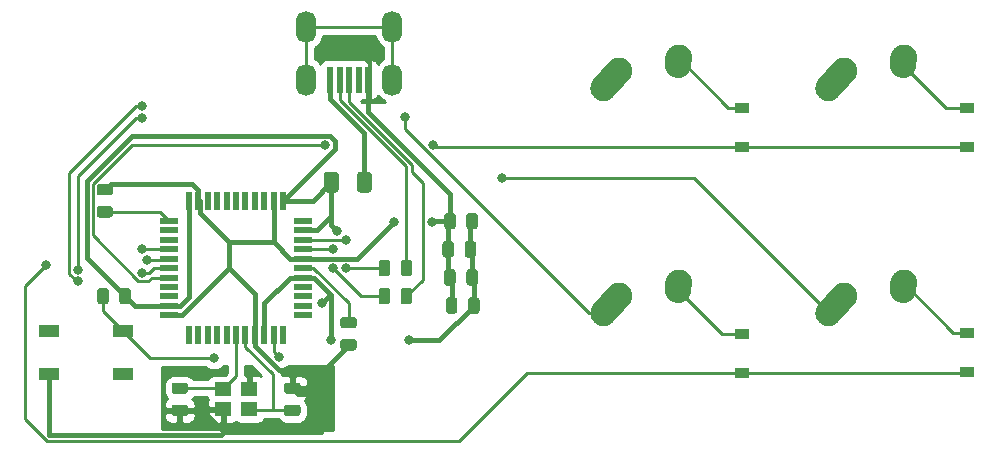
<source format=gbl>
G04 #@! TF.GenerationSoftware,KiCad,Pcbnew,(5.1.6)-1*
G04 #@! TF.CreationDate,2020-07-09T12:27:34-07:00*
G04 #@! TF.ProjectId,guide,67756964-652e-46b6-9963-61645f706362,rev?*
G04 #@! TF.SameCoordinates,Original*
G04 #@! TF.FileFunction,Copper,L2,Bot*
G04 #@! TF.FilePolarity,Positive*
%FSLAX46Y46*%
G04 Gerber Fmt 4.6, Leading zero omitted, Abs format (unit mm)*
G04 Created by KiCad (PCBNEW (5.1.6)-1) date 2020-07-09 12:27:34*
%MOMM*%
%LPD*%
G01*
G04 APERTURE LIST*
G04 #@! TA.AperFunction,SMDPad,CuDef*
%ADD10R,1.400000X1.200000*%
G04 #@! TD*
G04 #@! TA.AperFunction,ComponentPad*
%ADD11O,1.700000X2.700000*%
G04 #@! TD*
G04 #@! TA.AperFunction,SMDPad,CuDef*
%ADD12R,0.500000X2.250000*%
G04 #@! TD*
G04 #@! TA.AperFunction,SMDPad,CuDef*
%ADD13R,0.550000X1.500000*%
G04 #@! TD*
G04 #@! TA.AperFunction,SMDPad,CuDef*
%ADD14R,1.500000X0.550000*%
G04 #@! TD*
G04 #@! TA.AperFunction,SMDPad,CuDef*
%ADD15R,1.800000X1.100000*%
G04 #@! TD*
G04 #@! TA.AperFunction,ComponentPad*
%ADD16C,2.250000*%
G04 #@! TD*
G04 #@! TA.AperFunction,SMDPad,CuDef*
%ADD17R,1.200000X0.900000*%
G04 #@! TD*
G04 #@! TA.AperFunction,ViaPad*
%ADD18C,0.800000*%
G04 #@! TD*
G04 #@! TA.AperFunction,Conductor*
%ADD19C,0.381000*%
G04 #@! TD*
G04 #@! TA.AperFunction,Conductor*
%ADD20C,0.254000*%
G04 #@! TD*
G04 APERTURE END LIST*
D10*
X76687500Y-97687500D03*
X78887500Y-97687500D03*
X78887500Y-95987500D03*
X76687500Y-95987500D03*
D11*
X83726000Y-65278000D03*
X91026000Y-65278000D03*
X91026000Y-69778000D03*
X83726000Y-69778000D03*
D12*
X85776000Y-69778000D03*
X86576000Y-69778000D03*
X87376000Y-69778000D03*
X88176000Y-69778000D03*
X88976000Y-69778000D03*
D13*
X81787500Y-80025000D03*
X80987500Y-80025000D03*
X80187500Y-80025000D03*
X79387500Y-80025000D03*
X78587500Y-80025000D03*
X77787500Y-80025000D03*
X76987500Y-80025000D03*
X76187500Y-80025000D03*
X75387500Y-80025000D03*
X74587500Y-80025000D03*
X73787500Y-80025000D03*
D14*
X72087500Y-81725000D03*
X72087500Y-82525000D03*
X72087500Y-83325000D03*
X72087500Y-84125000D03*
X72087500Y-84925000D03*
X72087500Y-85725000D03*
X72087500Y-86525000D03*
X72087500Y-87325000D03*
X72087500Y-88125000D03*
X72087500Y-88925000D03*
X72087500Y-89725000D03*
D13*
X73787500Y-91425000D03*
X74587500Y-91425000D03*
X75387500Y-91425000D03*
X76187500Y-91425000D03*
X76987500Y-91425000D03*
X77787500Y-91425000D03*
X78587500Y-91425000D03*
X79387500Y-91425000D03*
X80187500Y-91425000D03*
X80987500Y-91425000D03*
X81787500Y-91425000D03*
D14*
X83487500Y-89725000D03*
X83487500Y-88925000D03*
X83487500Y-88125000D03*
X83487500Y-87325000D03*
X83487500Y-86525000D03*
X83487500Y-85725000D03*
X83487500Y-84925000D03*
X83487500Y-84125000D03*
X83487500Y-83325000D03*
X83487500Y-82525000D03*
X83487500Y-81725000D03*
D15*
X68187500Y-94718750D03*
X61987500Y-91018750D03*
X68187500Y-91018750D03*
X61987500Y-94718750D03*
G04 #@! TA.AperFunction,SMDPad,CuDef*
G36*
G01*
X66218750Y-80475000D02*
X67131250Y-80475000D01*
G75*
G02*
X67375000Y-80718750I0J-243750D01*
G01*
X67375000Y-81206250D01*
G75*
G02*
X67131250Y-81450000I-243750J0D01*
G01*
X66218750Y-81450000D01*
G75*
G02*
X65975000Y-81206250I0J243750D01*
G01*
X65975000Y-80718750D01*
G75*
G02*
X66218750Y-80475000I243750J0D01*
G01*
G37*
G04 #@! TD.AperFunction*
G04 #@! TA.AperFunction,SMDPad,CuDef*
G36*
G01*
X66218750Y-78600000D02*
X67131250Y-78600000D01*
G75*
G02*
X67375000Y-78843750I0J-243750D01*
G01*
X67375000Y-79331250D01*
G75*
G02*
X67131250Y-79575000I-243750J0D01*
G01*
X66218750Y-79575000D01*
G75*
G02*
X65975000Y-79331250I0J243750D01*
G01*
X65975000Y-78843750D01*
G75*
G02*
X66218750Y-78600000I243750J0D01*
G01*
G37*
G04 #@! TD.AperFunction*
G04 #@! TA.AperFunction,SMDPad,CuDef*
G36*
G01*
X91731250Y-86181250D02*
X91731250Y-85268750D01*
G75*
G02*
X91975000Y-85025000I243750J0D01*
G01*
X92462500Y-85025000D01*
G75*
G02*
X92706250Y-85268750I0J-243750D01*
G01*
X92706250Y-86181250D01*
G75*
G02*
X92462500Y-86425000I-243750J0D01*
G01*
X91975000Y-86425000D01*
G75*
G02*
X91731250Y-86181250I0J243750D01*
G01*
G37*
G04 #@! TD.AperFunction*
G04 #@! TA.AperFunction,SMDPad,CuDef*
G36*
G01*
X89856250Y-86181250D02*
X89856250Y-85268750D01*
G75*
G02*
X90100000Y-85025000I243750J0D01*
G01*
X90587500Y-85025000D01*
G75*
G02*
X90831250Y-85268750I0J-243750D01*
G01*
X90831250Y-86181250D01*
G75*
G02*
X90587500Y-86425000I-243750J0D01*
G01*
X90100000Y-86425000D01*
G75*
G02*
X89856250Y-86181250I0J243750D01*
G01*
G37*
G04 #@! TD.AperFunction*
G04 #@! TA.AperFunction,SMDPad,CuDef*
G36*
G01*
X91731250Y-88562500D02*
X91731250Y-87650000D01*
G75*
G02*
X91975000Y-87406250I243750J0D01*
G01*
X92462500Y-87406250D01*
G75*
G02*
X92706250Y-87650000I0J-243750D01*
G01*
X92706250Y-88562500D01*
G75*
G02*
X92462500Y-88806250I-243750J0D01*
G01*
X91975000Y-88806250D01*
G75*
G02*
X91731250Y-88562500I0J243750D01*
G01*
G37*
G04 #@! TD.AperFunction*
G04 #@! TA.AperFunction,SMDPad,CuDef*
G36*
G01*
X89856250Y-88562500D02*
X89856250Y-87650000D01*
G75*
G02*
X90100000Y-87406250I243750J0D01*
G01*
X90587500Y-87406250D01*
G75*
G02*
X90831250Y-87650000I0J-243750D01*
G01*
X90831250Y-88562500D01*
G75*
G02*
X90587500Y-88806250I-243750J0D01*
G01*
X90100000Y-88806250D01*
G75*
G02*
X89856250Y-88562500I0J243750D01*
G01*
G37*
G04 #@! TD.AperFunction*
G04 #@! TA.AperFunction,SMDPad,CuDef*
G36*
G01*
X67918750Y-88562500D02*
X67918750Y-87650000D01*
G75*
G02*
X68162500Y-87406250I243750J0D01*
G01*
X68650000Y-87406250D01*
G75*
G02*
X68893750Y-87650000I0J-243750D01*
G01*
X68893750Y-88562500D01*
G75*
G02*
X68650000Y-88806250I-243750J0D01*
G01*
X68162500Y-88806250D01*
G75*
G02*
X67918750Y-88562500I0J243750D01*
G01*
G37*
G04 #@! TD.AperFunction*
G04 #@! TA.AperFunction,SMDPad,CuDef*
G36*
G01*
X66043750Y-88562500D02*
X66043750Y-87650000D01*
G75*
G02*
X66287500Y-87406250I243750J0D01*
G01*
X66775000Y-87406250D01*
G75*
G02*
X67018750Y-87650000I0J-243750D01*
G01*
X67018750Y-88562500D01*
G75*
G02*
X66775000Y-88806250I-243750J0D01*
G01*
X66287500Y-88806250D01*
G75*
G02*
X66043750Y-88562500I0J243750D01*
G01*
G37*
G04 #@! TD.AperFunction*
D16*
X129262500Y-88075000D03*
G04 #@! TA.AperFunction,ComponentPad*
G36*
G01*
X127201183Y-90372345D02*
X127201183Y-90372345D01*
G75*
G02*
X127115155Y-88783683I751317J837345D01*
G01*
X128425157Y-87323683D01*
G75*
G02*
X130013819Y-87237655I837345J-751317D01*
G01*
X130013819Y-87237655D01*
G75*
G02*
X130099847Y-88826317I-751317J-837345D01*
G01*
X128789845Y-90286317D01*
G75*
G02*
X127201183Y-90372345I-837345J751317D01*
G01*
G37*
G04 #@! TD.AperFunction*
X134302500Y-86995000D03*
G04 #@! TA.AperFunction,ComponentPad*
G36*
G01*
X134185097Y-88697334D02*
X134185097Y-88697334D01*
G75*
G02*
X133140166Y-87497597I77403J1122334D01*
G01*
X133180166Y-86917597D01*
G75*
G02*
X134379903Y-85872666I1122334J-77403D01*
G01*
X134379903Y-85872666D01*
G75*
G02*
X135424834Y-87072403I-77403J-1122334D01*
G01*
X135384834Y-87652403D01*
G75*
G02*
X134185097Y-88697334I-1122334J77403D01*
G01*
G37*
G04 #@! TD.AperFunction*
X110212500Y-88075000D03*
G04 #@! TA.AperFunction,ComponentPad*
G36*
G01*
X108151183Y-90372345D02*
X108151183Y-90372345D01*
G75*
G02*
X108065155Y-88783683I751317J837345D01*
G01*
X109375157Y-87323683D01*
G75*
G02*
X110963819Y-87237655I837345J-751317D01*
G01*
X110963819Y-87237655D01*
G75*
G02*
X111049847Y-88826317I-751317J-837345D01*
G01*
X109739845Y-90286317D01*
G75*
G02*
X108151183Y-90372345I-837345J751317D01*
G01*
G37*
G04 #@! TD.AperFunction*
X115252500Y-86995000D03*
G04 #@! TA.AperFunction,ComponentPad*
G36*
G01*
X115135097Y-88697334D02*
X115135097Y-88697334D01*
G75*
G02*
X114090166Y-87497597I77403J1122334D01*
G01*
X114130166Y-86917597D01*
G75*
G02*
X115329903Y-85872666I1122334J-77403D01*
G01*
X115329903Y-85872666D01*
G75*
G02*
X116374834Y-87072403I-77403J-1122334D01*
G01*
X116334834Y-87652403D01*
G75*
G02*
X115135097Y-88697334I-1122334J77403D01*
G01*
G37*
G04 #@! TD.AperFunction*
X129262500Y-69025000D03*
G04 #@! TA.AperFunction,ComponentPad*
G36*
G01*
X127201183Y-71322345D02*
X127201183Y-71322345D01*
G75*
G02*
X127115155Y-69733683I751317J837345D01*
G01*
X128425157Y-68273683D01*
G75*
G02*
X130013819Y-68187655I837345J-751317D01*
G01*
X130013819Y-68187655D01*
G75*
G02*
X130099847Y-69776317I-751317J-837345D01*
G01*
X128789845Y-71236317D01*
G75*
G02*
X127201183Y-71322345I-837345J751317D01*
G01*
G37*
G04 #@! TD.AperFunction*
X134302500Y-67945000D03*
G04 #@! TA.AperFunction,ComponentPad*
G36*
G01*
X134185097Y-69647334D02*
X134185097Y-69647334D01*
G75*
G02*
X133140166Y-68447597I77403J1122334D01*
G01*
X133180166Y-67867597D01*
G75*
G02*
X134379903Y-66822666I1122334J-77403D01*
G01*
X134379903Y-66822666D01*
G75*
G02*
X135424834Y-68022403I-77403J-1122334D01*
G01*
X135384834Y-68602403D01*
G75*
G02*
X134185097Y-69647334I-1122334J77403D01*
G01*
G37*
G04 #@! TD.AperFunction*
X110212500Y-69025000D03*
G04 #@! TA.AperFunction,ComponentPad*
G36*
G01*
X108151183Y-71322345D02*
X108151183Y-71322345D01*
G75*
G02*
X108065155Y-69733683I751317J837345D01*
G01*
X109375157Y-68273683D01*
G75*
G02*
X110963819Y-68187655I837345J-751317D01*
G01*
X110963819Y-68187655D01*
G75*
G02*
X111049847Y-69776317I-751317J-837345D01*
G01*
X109739845Y-71236317D01*
G75*
G02*
X108151183Y-71322345I-837345J751317D01*
G01*
G37*
G04 #@! TD.AperFunction*
X115252500Y-67945000D03*
G04 #@! TA.AperFunction,ComponentPad*
G36*
G01*
X115135097Y-69647334D02*
X115135097Y-69647334D01*
G75*
G02*
X114090166Y-68447597I77403J1122334D01*
G01*
X114130166Y-67867597D01*
G75*
G02*
X115329903Y-66822666I1122334J-77403D01*
G01*
X115329903Y-66822666D01*
G75*
G02*
X116374834Y-68022403I-77403J-1122334D01*
G01*
X116334834Y-68602403D01*
G75*
G02*
X115135097Y-69647334I-1122334J77403D01*
G01*
G37*
G04 #@! TD.AperFunction*
G04 #@! TA.AperFunction,SMDPad,CuDef*
G36*
G01*
X88027000Y-79079250D02*
X88027000Y-77829250D01*
G75*
G02*
X88277000Y-77579250I250000J0D01*
G01*
X89027000Y-77579250D01*
G75*
G02*
X89277000Y-77829250I0J-250000D01*
G01*
X89277000Y-79079250D01*
G75*
G02*
X89027000Y-79329250I-250000J0D01*
G01*
X88277000Y-79329250D01*
G75*
G02*
X88027000Y-79079250I0J250000D01*
G01*
G37*
G04 #@! TD.AperFunction*
G04 #@! TA.AperFunction,SMDPad,CuDef*
G36*
G01*
X85227000Y-79079250D02*
X85227000Y-77829250D01*
G75*
G02*
X85477000Y-77579250I250000J0D01*
G01*
X86227000Y-77579250D01*
G75*
G02*
X86477000Y-77829250I0J-250000D01*
G01*
X86477000Y-79079250D01*
G75*
G02*
X86227000Y-79329250I-250000J0D01*
G01*
X85477000Y-79329250D01*
G75*
G02*
X85227000Y-79079250I0J250000D01*
G01*
G37*
G04 #@! TD.AperFunction*
D17*
X139700000Y-91218750D03*
X139700000Y-94518750D03*
X120650000Y-91281250D03*
X120650000Y-94581250D03*
X139700000Y-72168750D03*
X139700000Y-75468750D03*
X120650000Y-72168750D03*
X120650000Y-75468750D03*
G04 #@! TA.AperFunction,SMDPad,CuDef*
G36*
G01*
X86856250Y-91731250D02*
X87768750Y-91731250D01*
G75*
G02*
X88012500Y-91975000I0J-243750D01*
G01*
X88012500Y-92462500D01*
G75*
G02*
X87768750Y-92706250I-243750J0D01*
G01*
X86856250Y-92706250D01*
G75*
G02*
X86612500Y-92462500I0J243750D01*
G01*
X86612500Y-91975000D01*
G75*
G02*
X86856250Y-91731250I243750J0D01*
G01*
G37*
G04 #@! TD.AperFunction*
G04 #@! TA.AperFunction,SMDPad,CuDef*
G36*
G01*
X86856250Y-89856250D02*
X87768750Y-89856250D01*
G75*
G02*
X88012500Y-90100000I0J-243750D01*
G01*
X88012500Y-90587500D01*
G75*
G02*
X87768750Y-90831250I-243750J0D01*
G01*
X86856250Y-90831250D01*
G75*
G02*
X86612500Y-90587500I0J243750D01*
G01*
X86612500Y-90100000D01*
G75*
G02*
X86856250Y-89856250I243750J0D01*
G01*
G37*
G04 #@! TD.AperFunction*
G04 #@! TA.AperFunction,SMDPad,CuDef*
G36*
G01*
X83006250Y-96387500D02*
X82093750Y-96387500D01*
G75*
G02*
X81850000Y-96143750I0J243750D01*
G01*
X81850000Y-95656250D01*
G75*
G02*
X82093750Y-95412500I243750J0D01*
G01*
X83006250Y-95412500D01*
G75*
G02*
X83250000Y-95656250I0J-243750D01*
G01*
X83250000Y-96143750D01*
G75*
G02*
X83006250Y-96387500I-243750J0D01*
G01*
G37*
G04 #@! TD.AperFunction*
G04 #@! TA.AperFunction,SMDPad,CuDef*
G36*
G01*
X83006250Y-98262500D02*
X82093750Y-98262500D01*
G75*
G02*
X81850000Y-98018750I0J243750D01*
G01*
X81850000Y-97531250D01*
G75*
G02*
X82093750Y-97287500I243750J0D01*
G01*
X83006250Y-97287500D01*
G75*
G02*
X83250000Y-97531250I0J-243750D01*
G01*
X83250000Y-98018750D01*
G75*
G02*
X83006250Y-98262500I-243750J0D01*
G01*
G37*
G04 #@! TD.AperFunction*
G04 #@! TA.AperFunction,SMDPad,CuDef*
G36*
G01*
X72568750Y-97287500D02*
X73481250Y-97287500D01*
G75*
G02*
X73725000Y-97531250I0J-243750D01*
G01*
X73725000Y-98018750D01*
G75*
G02*
X73481250Y-98262500I-243750J0D01*
G01*
X72568750Y-98262500D01*
G75*
G02*
X72325000Y-98018750I0J243750D01*
G01*
X72325000Y-97531250D01*
G75*
G02*
X72568750Y-97287500I243750J0D01*
G01*
G37*
G04 #@! TD.AperFunction*
G04 #@! TA.AperFunction,SMDPad,CuDef*
G36*
G01*
X72568750Y-95412500D02*
X73481250Y-95412500D01*
G75*
G02*
X73725000Y-95656250I0J-243750D01*
G01*
X73725000Y-96143750D01*
G75*
G02*
X73481250Y-96387500I-243750J0D01*
G01*
X72568750Y-96387500D01*
G75*
G02*
X72325000Y-96143750I0J243750D01*
G01*
X72325000Y-95656250D01*
G75*
G02*
X72568750Y-95412500I243750J0D01*
G01*
G37*
G04 #@! TD.AperFunction*
G04 #@! TA.AperFunction,SMDPad,CuDef*
G36*
G01*
X96387500Y-81300000D02*
X96387500Y-82212500D01*
G75*
G02*
X96143750Y-82456250I-243750J0D01*
G01*
X95656250Y-82456250D01*
G75*
G02*
X95412500Y-82212500I0J243750D01*
G01*
X95412500Y-81300000D01*
G75*
G02*
X95656250Y-81056250I243750J0D01*
G01*
X96143750Y-81056250D01*
G75*
G02*
X96387500Y-81300000I0J-243750D01*
G01*
G37*
G04 #@! TD.AperFunction*
G04 #@! TA.AperFunction,SMDPad,CuDef*
G36*
G01*
X98262500Y-81300000D02*
X98262500Y-82212500D01*
G75*
G02*
X98018750Y-82456250I-243750J0D01*
G01*
X97531250Y-82456250D01*
G75*
G02*
X97287500Y-82212500I0J243750D01*
G01*
X97287500Y-81300000D01*
G75*
G02*
X97531250Y-81056250I243750J0D01*
G01*
X98018750Y-81056250D01*
G75*
G02*
X98262500Y-81300000I0J-243750D01*
G01*
G37*
G04 #@! TD.AperFunction*
G04 #@! TA.AperFunction,SMDPad,CuDef*
G36*
G01*
X96531250Y-88443750D02*
X96531250Y-89356250D01*
G75*
G02*
X96287500Y-89600000I-243750J0D01*
G01*
X95800000Y-89600000D01*
G75*
G02*
X95556250Y-89356250I0J243750D01*
G01*
X95556250Y-88443750D01*
G75*
G02*
X95800000Y-88200000I243750J0D01*
G01*
X96287500Y-88200000D01*
G75*
G02*
X96531250Y-88443750I0J-243750D01*
G01*
G37*
G04 #@! TD.AperFunction*
G04 #@! TA.AperFunction,SMDPad,CuDef*
G36*
G01*
X98406250Y-88443750D02*
X98406250Y-89356250D01*
G75*
G02*
X98162500Y-89600000I-243750J0D01*
G01*
X97675000Y-89600000D01*
G75*
G02*
X97431250Y-89356250I0J243750D01*
G01*
X97431250Y-88443750D01*
G75*
G02*
X97675000Y-88200000I243750J0D01*
G01*
X98162500Y-88200000D01*
G75*
G02*
X98406250Y-88443750I0J-243750D01*
G01*
G37*
G04 #@! TD.AperFunction*
G04 #@! TA.AperFunction,SMDPad,CuDef*
G36*
G01*
X96243750Y-83681250D02*
X96243750Y-84593750D01*
G75*
G02*
X96000000Y-84837500I-243750J0D01*
G01*
X95512500Y-84837500D01*
G75*
G02*
X95268750Y-84593750I0J243750D01*
G01*
X95268750Y-83681250D01*
G75*
G02*
X95512500Y-83437500I243750J0D01*
G01*
X96000000Y-83437500D01*
G75*
G02*
X96243750Y-83681250I0J-243750D01*
G01*
G37*
G04 #@! TD.AperFunction*
G04 #@! TA.AperFunction,SMDPad,CuDef*
G36*
G01*
X98118750Y-83681250D02*
X98118750Y-84593750D01*
G75*
G02*
X97875000Y-84837500I-243750J0D01*
G01*
X97387500Y-84837500D01*
G75*
G02*
X97143750Y-84593750I0J243750D01*
G01*
X97143750Y-83681250D01*
G75*
G02*
X97387500Y-83437500I243750J0D01*
G01*
X97875000Y-83437500D01*
G75*
G02*
X98118750Y-83681250I0J-243750D01*
G01*
G37*
G04 #@! TD.AperFunction*
G04 #@! TA.AperFunction,SMDPad,CuDef*
G36*
G01*
X96387500Y-86062500D02*
X96387500Y-86975000D01*
G75*
G02*
X96143750Y-87218750I-243750J0D01*
G01*
X95656250Y-87218750D01*
G75*
G02*
X95412500Y-86975000I0J243750D01*
G01*
X95412500Y-86062500D01*
G75*
G02*
X95656250Y-85818750I243750J0D01*
G01*
X96143750Y-85818750D01*
G75*
G02*
X96387500Y-86062500I0J-243750D01*
G01*
G37*
G04 #@! TD.AperFunction*
G04 #@! TA.AperFunction,SMDPad,CuDef*
G36*
G01*
X98262500Y-86062500D02*
X98262500Y-86975000D01*
G75*
G02*
X98018750Y-87218750I-243750J0D01*
G01*
X97531250Y-87218750D01*
G75*
G02*
X97287500Y-86975000I0J243750D01*
G01*
X97287500Y-86062500D01*
G75*
G02*
X97531250Y-85818750I243750J0D01*
G01*
X98018750Y-85818750D01*
G75*
G02*
X98262500Y-86062500I0J-243750D01*
G01*
G37*
G04 #@! TD.AperFunction*
D18*
X78887500Y-94381500D03*
X83672500Y-94381500D03*
X94361000Y-81788000D03*
X91186000Y-81788000D03*
X92456000Y-91821000D03*
X85852000Y-91821000D03*
X85090000Y-88646000D03*
X86360000Y-82550000D03*
X94488000Y-75311000D03*
X85344000Y-75311000D03*
X61722000Y-85471000D03*
X69850000Y-84074000D03*
X92075000Y-72898000D03*
X69850000Y-73025000D03*
X64389000Y-85852000D03*
X70231731Y-84998274D03*
X100330000Y-78105000D03*
X69850000Y-72024997D03*
X64389000Y-86852003D03*
X69866553Y-86101582D03*
X75946000Y-93345000D03*
X81457968Y-93294032D03*
X85979000Y-85725000D03*
X85979000Y-84134500D03*
X87122000Y-85725000D03*
X87122000Y-83312000D03*
D19*
X76600000Y-97775000D02*
X76687500Y-97687500D01*
X74945000Y-97775000D02*
X76600000Y-97775000D01*
X73025000Y-97775000D02*
X74945000Y-97775000D01*
X83043000Y-96393000D02*
X82550000Y-95900000D01*
X84963000Y-96393000D02*
X83043000Y-96393000D01*
X84963000Y-99568000D02*
X84963000Y-96393000D01*
X74945000Y-97775000D02*
X76738000Y-99568000D01*
X76738000Y-99568000D02*
X84963000Y-99568000D01*
X84963000Y-94568250D02*
X87312500Y-92218750D01*
X84963000Y-96393000D02*
X84963000Y-94568250D01*
X78887500Y-95987500D02*
X78887500Y-94381500D01*
X84776250Y-94381500D02*
X84963000Y-94568250D01*
X83672500Y-94381500D02*
X84776250Y-94381500D01*
X79387500Y-92341500D02*
X79387500Y-91425000D01*
X81427500Y-94381500D02*
X79387500Y-92341500D01*
X84776250Y-94381500D02*
X81427500Y-94381500D01*
X96043750Y-86662500D02*
X95900000Y-86518750D01*
X96043750Y-88900000D02*
X96043750Y-86662500D01*
X95756250Y-86375000D02*
X95900000Y-86518750D01*
X95756250Y-84137500D02*
X95756250Y-86375000D01*
X95756250Y-81900000D02*
X95900000Y-81756250D01*
X95756250Y-84137500D02*
X95756250Y-81900000D01*
X95900000Y-81756250D02*
X94392750Y-81756250D01*
X94392750Y-81756250D02*
X94361000Y-81788000D01*
X88049000Y-84925000D02*
X83487500Y-84925000D01*
X91186000Y-81788000D02*
X88049000Y-84925000D01*
X80987500Y-83556000D02*
X80987500Y-80025000D01*
X82356500Y-84925000D02*
X80987500Y-83556000D01*
X83487500Y-84925000D02*
X82356500Y-84925000D01*
X77190598Y-83556000D02*
X80987500Y-83556000D01*
X74721999Y-80055999D02*
X74721999Y-81087401D01*
X74721999Y-81087401D02*
X77190598Y-83556000D01*
X74691000Y-80025000D02*
X74721999Y-80055999D01*
X74587500Y-80025000D02*
X74691000Y-80025000D01*
X74587500Y-79097098D02*
X74587500Y-80025000D01*
X74092375Y-78601973D02*
X74587500Y-79097098D01*
X67160527Y-78601973D02*
X74092375Y-78601973D01*
X66675000Y-79087500D02*
X67160527Y-78601973D01*
X77190598Y-85752902D02*
X77190598Y-83556000D01*
X73218500Y-89725000D02*
X77190598Y-85752902D01*
X72087500Y-89725000D02*
X73218500Y-89725000D01*
X61987500Y-95649750D02*
X61976000Y-95661250D01*
X61987500Y-94718750D02*
X61987500Y-95649750D01*
X61976000Y-95661250D02*
X61976000Y-99822000D01*
X76484000Y-99822000D02*
X76738000Y-99568000D01*
X61976000Y-99822000D02*
X76484000Y-99822000D01*
X79387500Y-87949804D02*
X77190598Y-85752902D01*
X79387500Y-91425000D02*
X79387500Y-87949804D01*
X95900000Y-79413066D02*
X95900000Y-81756250D01*
X88976000Y-72489066D02*
X95900000Y-79413066D01*
X88976000Y-69778000D02*
X88976000Y-72489066D01*
X68406250Y-88106250D02*
X69225000Y-88925000D01*
X82356500Y-86525000D02*
X83487500Y-86525000D01*
X80187500Y-88694000D02*
X82356500Y-86525000D01*
X80187500Y-91425000D02*
X80187500Y-88694000D01*
X84618500Y-82525000D02*
X85852000Y-81291500D01*
X85852000Y-81291500D02*
X85852000Y-78454250D01*
X83487500Y-82525000D02*
X84618500Y-82525000D01*
X84281250Y-80025000D02*
X85852000Y-78454250D01*
X81787500Y-80025000D02*
X84281250Y-80025000D01*
X73787500Y-80025000D02*
X73787500Y-88152902D01*
X97918750Y-86662500D02*
X97775000Y-86518750D01*
X97918750Y-88900000D02*
X97918750Y-86662500D01*
X97631250Y-81900000D02*
X97775000Y-81756250D01*
X97631250Y-84137500D02*
X97631250Y-81900000D01*
X97775000Y-84281250D02*
X97631250Y-84137500D01*
X97775000Y-86518750D02*
X97775000Y-84281250D01*
X97918750Y-88900000D02*
X94997750Y-91821000D01*
X94997750Y-91821000D02*
X92456000Y-91821000D01*
X84415402Y-86525000D02*
X83487500Y-86525000D01*
X85852000Y-87961598D02*
X84415402Y-86525000D01*
X85852000Y-91821000D02*
X85852000Y-87961598D01*
X73015402Y-88925000D02*
X72087500Y-88925000D01*
X73787500Y-88152902D02*
X73015402Y-88925000D01*
X71095000Y-88925000D02*
X72087500Y-88925000D01*
X69225000Y-88925000D02*
X71095000Y-88925000D01*
X86134501Y-75677999D02*
X81787500Y-80025000D01*
X86134501Y-74931559D02*
X86134501Y-75677999D01*
X65130480Y-84830480D02*
X65130480Y-78392973D01*
X68406250Y-88106250D02*
X65130480Y-84830480D01*
X69002954Y-74520499D02*
X85723441Y-74520499D01*
X65130480Y-78392973D02*
X69002954Y-74520499D01*
X85723441Y-74520499D02*
X86134501Y-74931559D01*
X85852000Y-87961598D02*
X85774402Y-87961598D01*
X85774402Y-87961598D02*
X85090000Y-88646000D01*
X85852000Y-82042000D02*
X85852000Y-81291500D01*
X86360000Y-82550000D02*
X85852000Y-82042000D01*
D20*
X76600000Y-95900000D02*
X76687500Y-95987500D01*
X73025000Y-95900000D02*
X76600000Y-95900000D01*
X77787500Y-94887500D02*
X77787500Y-91425000D01*
X76687500Y-95987500D02*
X77787500Y-94887500D01*
X78975000Y-97775000D02*
X78887500Y-97687500D01*
X78587500Y-92430500D02*
X78587500Y-91425000D01*
X80884000Y-94727000D02*
X78587500Y-92430500D01*
X80884000Y-97775000D02*
X80884000Y-94727000D01*
X80884000Y-97775000D02*
X78975000Y-97775000D01*
X82550000Y-97775000D02*
X80884000Y-97775000D01*
X83487500Y-85725000D02*
X84301102Y-85725000D01*
X84347270Y-85725000D02*
X83487500Y-85725000D01*
X87312500Y-88690230D02*
X84347270Y-85725000D01*
X87312500Y-90343750D02*
X87312500Y-88690230D01*
X119476250Y-72168750D02*
X115252500Y-67945000D01*
X120650000Y-72168750D02*
X119476250Y-72168750D01*
X120650000Y-75468750D02*
X139700000Y-75468750D01*
X120650000Y-75468750D02*
X94645750Y-75468750D01*
X94645750Y-75468750D02*
X94488000Y-75311000D01*
X68944322Y-75311000D02*
X85344000Y-75311000D01*
X65647990Y-78607332D02*
X68944322Y-75311000D01*
X72087500Y-86525000D02*
X70650887Y-86525000D01*
X70650887Y-86525000D02*
X70347304Y-86828583D01*
X65647990Y-82958981D02*
X65647990Y-78607332D01*
X69517592Y-86828583D02*
X65647990Y-82958981D01*
X70347304Y-86828583D02*
X69517592Y-86828583D01*
X137906250Y-72168750D02*
X134262500Y-68525000D01*
X139700000Y-72168750D02*
X137906250Y-72168750D01*
X118918750Y-91281250D02*
X115212500Y-87575000D01*
X120650000Y-91281250D02*
X118918750Y-91281250D01*
X139637500Y-94581250D02*
X139700000Y-94518750D01*
X120650000Y-94581250D02*
X139637500Y-94581250D01*
X120650000Y-94581250D02*
X102395750Y-94581250D01*
X61761641Y-100339510D02*
X59944000Y-98521869D01*
X102395750Y-94581250D02*
X96637490Y-100339510D01*
X96637490Y-100339510D02*
X61761641Y-100339510D01*
X59944000Y-98521869D02*
X59944000Y-87249000D01*
X59944000Y-87249000D02*
X61722000Y-85471000D01*
X72036500Y-84074000D02*
X72087500Y-84125000D01*
X69850000Y-84074000D02*
X72036500Y-84074000D01*
X138526250Y-91218750D02*
X134302500Y-86995000D01*
X139700000Y-91218750D02*
X138526250Y-91218750D01*
D19*
X85776000Y-71394868D02*
X85776000Y-69778000D01*
X88652000Y-74270868D02*
X85776000Y-71394868D01*
X88652000Y-78454250D02*
X88652000Y-74270868D01*
D20*
X92075000Y-73973962D02*
X92075000Y-72898000D01*
X108902500Y-89535000D02*
X107636038Y-89535000D01*
X107636038Y-89535000D02*
X92075000Y-73973962D01*
X69284315Y-73025000D02*
X64389000Y-77920315D01*
X69850000Y-73025000D02*
X69284315Y-73025000D01*
X64389000Y-77920315D02*
X64389000Y-85852000D01*
X72014226Y-84998274D02*
X72087500Y-84925000D01*
X70231731Y-84998274D02*
X72014226Y-84998274D01*
X127952500Y-89535000D02*
X116522500Y-78105000D01*
X116522500Y-78105000D02*
X100330000Y-78105000D01*
X69284315Y-72024997D02*
X63661999Y-77647313D01*
X69850000Y-72024997D02*
X69284315Y-72024997D01*
X64313041Y-86852003D02*
X64389000Y-86852003D01*
X63661999Y-77647313D02*
X63661999Y-86200961D01*
X63661999Y-86200961D02*
X64313041Y-86852003D01*
X70808820Y-85725000D02*
X72087500Y-85725000D01*
X70432238Y-86101582D02*
X70808820Y-85725000D01*
X69866553Y-86101582D02*
X70432238Y-86101582D01*
X66531250Y-89362500D02*
X68187500Y-91018750D01*
X66531250Y-88106250D02*
X66531250Y-89362500D01*
X68187500Y-91018750D02*
X70513750Y-93345000D01*
X70513750Y-93345000D02*
X75946000Y-93345000D01*
X80987500Y-92823564D02*
X80987500Y-91425000D01*
X81457968Y-93294032D02*
X80987500Y-92823564D01*
X87376000Y-71620934D02*
X92710000Y-76954934D01*
X87376000Y-69778000D02*
X87376000Y-71620934D01*
X92710000Y-77597000D02*
X93599000Y-78486000D01*
X92710000Y-76954934D02*
X92710000Y-77597000D01*
X93599000Y-86726000D02*
X92218750Y-88106250D01*
X93599000Y-78486000D02*
X93599000Y-86726000D01*
X90343750Y-88106250D02*
X88360250Y-88106250D01*
X88360250Y-88106250D02*
X85979000Y-85725000D01*
X85969500Y-84125000D02*
X85979000Y-84134500D01*
X83487500Y-84125000D02*
X85969500Y-84125000D01*
X86576000Y-69778000D02*
X86576000Y-71463000D01*
X92218750Y-77105750D02*
X92218750Y-85725000D01*
X86576000Y-71463000D02*
X92218750Y-77105750D01*
X90343750Y-85725000D02*
X87122000Y-85725000D01*
X83500500Y-83312000D02*
X83487500Y-83325000D01*
X87122000Y-83312000D02*
X83500500Y-83312000D01*
X71325000Y-80962500D02*
X72087500Y-81725000D01*
X66675000Y-80962500D02*
X71325000Y-80962500D01*
X83726000Y-69778000D02*
X83726000Y-65278000D01*
X91026000Y-65278000D02*
X91026000Y-69778000D01*
X83726000Y-65278000D02*
X91026000Y-65278000D01*
G36*
X77025500Y-94571869D02*
G01*
X76847941Y-94749428D01*
X75987500Y-94749428D01*
X75863018Y-94761688D01*
X75743320Y-94797998D01*
X75633006Y-94856963D01*
X75536315Y-94936315D01*
X75456963Y-95033006D01*
X75400842Y-95138000D01*
X74191203Y-95138000D01*
X74104792Y-95032708D01*
X73971164Y-94923042D01*
X73818709Y-94841553D01*
X73653285Y-94791372D01*
X73481250Y-94774428D01*
X72568750Y-94774428D01*
X72396715Y-94791372D01*
X72231291Y-94841553D01*
X72078836Y-94923042D01*
X71945208Y-95032708D01*
X71835542Y-95166336D01*
X71754053Y-95318791D01*
X71703872Y-95484215D01*
X71686928Y-95656250D01*
X71686928Y-96143750D01*
X71703872Y-96315785D01*
X71754053Y-96481209D01*
X71835542Y-96633664D01*
X71945208Y-96767292D01*
X71951564Y-96772508D01*
X71873815Y-96836315D01*
X71794463Y-96933006D01*
X71735498Y-97043320D01*
X71699188Y-97163018D01*
X71686928Y-97287500D01*
X71690000Y-97489250D01*
X71848750Y-97648000D01*
X72898000Y-97648000D01*
X72898000Y-97628000D01*
X73152000Y-97628000D01*
X73152000Y-97648000D01*
X74201250Y-97648000D01*
X74360000Y-97489250D01*
X74363072Y-97287500D01*
X74350812Y-97163018D01*
X74314502Y-97043320D01*
X74255537Y-96933006D01*
X74176185Y-96836315D01*
X74098436Y-96772508D01*
X74104792Y-96767292D01*
X74191203Y-96662000D01*
X75356765Y-96662000D01*
X75361688Y-96711982D01*
X75397998Y-96831680D01*
X75401109Y-96837500D01*
X75397998Y-96843320D01*
X75361688Y-96963018D01*
X75349428Y-97087500D01*
X75352500Y-97401750D01*
X75511250Y-97560500D01*
X76560500Y-97560500D01*
X76560500Y-97540500D01*
X76814500Y-97540500D01*
X76814500Y-97560500D01*
X76834500Y-97560500D01*
X76834500Y-97814500D01*
X76814500Y-97814500D01*
X76814500Y-98763750D01*
X76973250Y-98922500D01*
X77387500Y-98925572D01*
X77511982Y-98913312D01*
X77631680Y-98877002D01*
X77741994Y-98818037D01*
X77787500Y-98780691D01*
X77833006Y-98818037D01*
X77943320Y-98877002D01*
X78063018Y-98913312D01*
X78187500Y-98925572D01*
X79587500Y-98925572D01*
X79711982Y-98913312D01*
X79831680Y-98877002D01*
X79941994Y-98818037D01*
X80038685Y-98738685D01*
X80118037Y-98641994D01*
X80174158Y-98537000D01*
X80846574Y-98537000D01*
X80884000Y-98540686D01*
X80921425Y-98537000D01*
X81383797Y-98537000D01*
X81470208Y-98642292D01*
X81603836Y-98751958D01*
X81756291Y-98833447D01*
X81921715Y-98883628D01*
X82093750Y-98900572D01*
X83006250Y-98900572D01*
X83178285Y-98883628D01*
X83343709Y-98833447D01*
X83496164Y-98751958D01*
X83629792Y-98642292D01*
X83739458Y-98508664D01*
X83820947Y-98356209D01*
X83871128Y-98190785D01*
X83888072Y-98018750D01*
X83888072Y-97531250D01*
X83871128Y-97359215D01*
X83820947Y-97193791D01*
X83739458Y-97041336D01*
X83629792Y-96907708D01*
X83623436Y-96902492D01*
X83701185Y-96838685D01*
X83780537Y-96741994D01*
X83839502Y-96631680D01*
X83875812Y-96511982D01*
X83888072Y-96387500D01*
X83885000Y-96185750D01*
X83726250Y-96027000D01*
X82677000Y-96027000D01*
X82677000Y-96047000D01*
X82423000Y-96047000D01*
X82423000Y-96027000D01*
X82403000Y-96027000D01*
X82403000Y-95773000D01*
X82423000Y-95773000D01*
X82423000Y-94936250D01*
X82677000Y-94936250D01*
X82677000Y-95773000D01*
X83726250Y-95773000D01*
X83885000Y-95614250D01*
X83888072Y-95412500D01*
X83875812Y-95288018D01*
X83839502Y-95168320D01*
X83780537Y-95058006D01*
X83701185Y-94961315D01*
X83604494Y-94881963D01*
X83494180Y-94822998D01*
X83374482Y-94786688D01*
X83250000Y-94774428D01*
X82835750Y-94777500D01*
X82677000Y-94936250D01*
X82423000Y-94936250D01*
X82264250Y-94777500D01*
X81850000Y-94774428D01*
X81725518Y-94786688D01*
X81646000Y-94810810D01*
X81646000Y-94764422D01*
X81649686Y-94726999D01*
X81646000Y-94689574D01*
X81634974Y-94577622D01*
X81591402Y-94433985D01*
X81535303Y-94329032D01*
X81559907Y-94329032D01*
X81759866Y-94289258D01*
X81948224Y-94211237D01*
X82117742Y-94097969D01*
X82235711Y-93980000D01*
X85979000Y-93980000D01*
X85979000Y-99439901D01*
X71501000Y-99315090D01*
X71501000Y-98262500D01*
X71686928Y-98262500D01*
X71699188Y-98386982D01*
X71735498Y-98506680D01*
X71794463Y-98616994D01*
X71873815Y-98713685D01*
X71970506Y-98793037D01*
X72080820Y-98852002D01*
X72200518Y-98888312D01*
X72325000Y-98900572D01*
X72739250Y-98897500D01*
X72898000Y-98738750D01*
X72898000Y-97902000D01*
X73152000Y-97902000D01*
X73152000Y-98738750D01*
X73310750Y-98897500D01*
X73725000Y-98900572D01*
X73849482Y-98888312D01*
X73969180Y-98852002D01*
X74079494Y-98793037D01*
X74176185Y-98713685D01*
X74255537Y-98616994D01*
X74314502Y-98506680D01*
X74350812Y-98386982D01*
X74360609Y-98287500D01*
X75349428Y-98287500D01*
X75361688Y-98411982D01*
X75397998Y-98531680D01*
X75456963Y-98641994D01*
X75536315Y-98738685D01*
X75633006Y-98818037D01*
X75743320Y-98877002D01*
X75863018Y-98913312D01*
X75987500Y-98925572D01*
X76401750Y-98922500D01*
X76560500Y-98763750D01*
X76560500Y-97814500D01*
X75511250Y-97814500D01*
X75352500Y-97973250D01*
X75349428Y-98287500D01*
X74360609Y-98287500D01*
X74363072Y-98262500D01*
X74360000Y-98060750D01*
X74201250Y-97902000D01*
X73152000Y-97902000D01*
X72898000Y-97902000D01*
X71848750Y-97902000D01*
X71690000Y-98060750D01*
X71686928Y-98262500D01*
X71501000Y-98262500D01*
X71501000Y-94107000D01*
X75244289Y-94107000D01*
X75286226Y-94148937D01*
X75455744Y-94262205D01*
X75644102Y-94340226D01*
X75844061Y-94380000D01*
X76047939Y-94380000D01*
X76247898Y-94340226D01*
X76436256Y-94262205D01*
X76605774Y-94148937D01*
X76749937Y-94004774D01*
X76766490Y-93980000D01*
X77025500Y-93980000D01*
X77025500Y-94571869D01*
G37*
X77025500Y-94571869D02*
X76847941Y-94749428D01*
X75987500Y-94749428D01*
X75863018Y-94761688D01*
X75743320Y-94797998D01*
X75633006Y-94856963D01*
X75536315Y-94936315D01*
X75456963Y-95033006D01*
X75400842Y-95138000D01*
X74191203Y-95138000D01*
X74104792Y-95032708D01*
X73971164Y-94923042D01*
X73818709Y-94841553D01*
X73653285Y-94791372D01*
X73481250Y-94774428D01*
X72568750Y-94774428D01*
X72396715Y-94791372D01*
X72231291Y-94841553D01*
X72078836Y-94923042D01*
X71945208Y-95032708D01*
X71835542Y-95166336D01*
X71754053Y-95318791D01*
X71703872Y-95484215D01*
X71686928Y-95656250D01*
X71686928Y-96143750D01*
X71703872Y-96315785D01*
X71754053Y-96481209D01*
X71835542Y-96633664D01*
X71945208Y-96767292D01*
X71951564Y-96772508D01*
X71873815Y-96836315D01*
X71794463Y-96933006D01*
X71735498Y-97043320D01*
X71699188Y-97163018D01*
X71686928Y-97287500D01*
X71690000Y-97489250D01*
X71848750Y-97648000D01*
X72898000Y-97648000D01*
X72898000Y-97628000D01*
X73152000Y-97628000D01*
X73152000Y-97648000D01*
X74201250Y-97648000D01*
X74360000Y-97489250D01*
X74363072Y-97287500D01*
X74350812Y-97163018D01*
X74314502Y-97043320D01*
X74255537Y-96933006D01*
X74176185Y-96836315D01*
X74098436Y-96772508D01*
X74104792Y-96767292D01*
X74191203Y-96662000D01*
X75356765Y-96662000D01*
X75361688Y-96711982D01*
X75397998Y-96831680D01*
X75401109Y-96837500D01*
X75397998Y-96843320D01*
X75361688Y-96963018D01*
X75349428Y-97087500D01*
X75352500Y-97401750D01*
X75511250Y-97560500D01*
X76560500Y-97560500D01*
X76560500Y-97540500D01*
X76814500Y-97540500D01*
X76814500Y-97560500D01*
X76834500Y-97560500D01*
X76834500Y-97814500D01*
X76814500Y-97814500D01*
X76814500Y-98763750D01*
X76973250Y-98922500D01*
X77387500Y-98925572D01*
X77511982Y-98913312D01*
X77631680Y-98877002D01*
X77741994Y-98818037D01*
X77787500Y-98780691D01*
X77833006Y-98818037D01*
X77943320Y-98877002D01*
X78063018Y-98913312D01*
X78187500Y-98925572D01*
X79587500Y-98925572D01*
X79711982Y-98913312D01*
X79831680Y-98877002D01*
X79941994Y-98818037D01*
X80038685Y-98738685D01*
X80118037Y-98641994D01*
X80174158Y-98537000D01*
X80846574Y-98537000D01*
X80884000Y-98540686D01*
X80921425Y-98537000D01*
X81383797Y-98537000D01*
X81470208Y-98642292D01*
X81603836Y-98751958D01*
X81756291Y-98833447D01*
X81921715Y-98883628D01*
X82093750Y-98900572D01*
X83006250Y-98900572D01*
X83178285Y-98883628D01*
X83343709Y-98833447D01*
X83496164Y-98751958D01*
X83629792Y-98642292D01*
X83739458Y-98508664D01*
X83820947Y-98356209D01*
X83871128Y-98190785D01*
X83888072Y-98018750D01*
X83888072Y-97531250D01*
X83871128Y-97359215D01*
X83820947Y-97193791D01*
X83739458Y-97041336D01*
X83629792Y-96907708D01*
X83623436Y-96902492D01*
X83701185Y-96838685D01*
X83780537Y-96741994D01*
X83839502Y-96631680D01*
X83875812Y-96511982D01*
X83888072Y-96387500D01*
X83885000Y-96185750D01*
X83726250Y-96027000D01*
X82677000Y-96027000D01*
X82677000Y-96047000D01*
X82423000Y-96047000D01*
X82423000Y-96027000D01*
X82403000Y-96027000D01*
X82403000Y-95773000D01*
X82423000Y-95773000D01*
X82423000Y-94936250D01*
X82677000Y-94936250D01*
X82677000Y-95773000D01*
X83726250Y-95773000D01*
X83885000Y-95614250D01*
X83888072Y-95412500D01*
X83875812Y-95288018D01*
X83839502Y-95168320D01*
X83780537Y-95058006D01*
X83701185Y-94961315D01*
X83604494Y-94881963D01*
X83494180Y-94822998D01*
X83374482Y-94786688D01*
X83250000Y-94774428D01*
X82835750Y-94777500D01*
X82677000Y-94936250D01*
X82423000Y-94936250D01*
X82264250Y-94777500D01*
X81850000Y-94774428D01*
X81725518Y-94786688D01*
X81646000Y-94810810D01*
X81646000Y-94764422D01*
X81649686Y-94726999D01*
X81646000Y-94689574D01*
X81634974Y-94577622D01*
X81591402Y-94433985D01*
X81535303Y-94329032D01*
X81559907Y-94329032D01*
X81759866Y-94289258D01*
X81948224Y-94211237D01*
X82117742Y-94097969D01*
X82235711Y-93980000D01*
X85979000Y-93980000D01*
X85979000Y-99439901D01*
X71501000Y-99315090D01*
X71501000Y-98262500D01*
X71686928Y-98262500D01*
X71699188Y-98386982D01*
X71735498Y-98506680D01*
X71794463Y-98616994D01*
X71873815Y-98713685D01*
X71970506Y-98793037D01*
X72080820Y-98852002D01*
X72200518Y-98888312D01*
X72325000Y-98900572D01*
X72739250Y-98897500D01*
X72898000Y-98738750D01*
X72898000Y-97902000D01*
X73152000Y-97902000D01*
X73152000Y-98738750D01*
X73310750Y-98897500D01*
X73725000Y-98900572D01*
X73849482Y-98888312D01*
X73969180Y-98852002D01*
X74079494Y-98793037D01*
X74176185Y-98713685D01*
X74255537Y-98616994D01*
X74314502Y-98506680D01*
X74350812Y-98386982D01*
X74360609Y-98287500D01*
X75349428Y-98287500D01*
X75361688Y-98411982D01*
X75397998Y-98531680D01*
X75456963Y-98641994D01*
X75536315Y-98738685D01*
X75633006Y-98818037D01*
X75743320Y-98877002D01*
X75863018Y-98913312D01*
X75987500Y-98925572D01*
X76401750Y-98922500D01*
X76560500Y-98763750D01*
X76560500Y-97814500D01*
X75511250Y-97814500D01*
X75352500Y-97973250D01*
X75349428Y-98287500D01*
X74360609Y-98287500D01*
X74363072Y-98262500D01*
X74360000Y-98060750D01*
X74201250Y-97902000D01*
X73152000Y-97902000D01*
X72898000Y-97902000D01*
X71848750Y-97902000D01*
X71690000Y-98060750D01*
X71686928Y-98262500D01*
X71501000Y-98262500D01*
X71501000Y-94107000D01*
X75244289Y-94107000D01*
X75286226Y-94148937D01*
X75455744Y-94262205D01*
X75644102Y-94340226D01*
X75844061Y-94380000D01*
X76047939Y-94380000D01*
X76247898Y-94340226D01*
X76436256Y-94262205D01*
X76605774Y-94148937D01*
X76749937Y-94004774D01*
X76766490Y-93980000D01*
X77025500Y-93980000D01*
X77025500Y-94571869D01*
G36*
X79929831Y-94850461D02*
G01*
X79831680Y-94797998D01*
X79711982Y-94761688D01*
X79587500Y-94749428D01*
X79173250Y-94752500D01*
X79014500Y-94911250D01*
X79014500Y-95860500D01*
X79034500Y-95860500D01*
X79034500Y-96114500D01*
X79014500Y-96114500D01*
X79014500Y-96134500D01*
X78760500Y-96134500D01*
X78760500Y-96114500D01*
X78740500Y-96114500D01*
X78740500Y-95860500D01*
X78760500Y-95860500D01*
X78760500Y-94911250D01*
X78601750Y-94752500D01*
X78549500Y-94752113D01*
X78549500Y-93980000D01*
X79059370Y-93980000D01*
X79929831Y-94850461D01*
G37*
X79929831Y-94850461D02*
X79831680Y-94797998D01*
X79711982Y-94761688D01*
X79587500Y-94749428D01*
X79173250Y-94752500D01*
X79014500Y-94911250D01*
X79014500Y-95860500D01*
X79034500Y-95860500D01*
X79034500Y-96114500D01*
X79014500Y-96114500D01*
X79014500Y-96134500D01*
X78760500Y-96134500D01*
X78760500Y-96114500D01*
X78740500Y-96114500D01*
X78740500Y-95860500D01*
X78760500Y-95860500D01*
X78760500Y-94911250D01*
X78601750Y-94752500D01*
X78549500Y-94752113D01*
X78549500Y-93980000D01*
X79059370Y-93980000D01*
X79929831Y-94850461D01*
G36*
X89562487Y-66069110D02*
G01*
X89647401Y-66349033D01*
X89785294Y-66607013D01*
X89970866Y-66833134D01*
X90196986Y-67018706D01*
X90264000Y-67054526D01*
X90264001Y-68001475D01*
X90196987Y-68037294D01*
X89970867Y-68222866D01*
X89816123Y-68411421D01*
X89760406Y-68304366D01*
X89682123Y-68206807D01*
X89586311Y-68126396D01*
X89476652Y-68066221D01*
X89357361Y-68028596D01*
X89257750Y-68018000D01*
X89099000Y-68176750D01*
X89099000Y-69651000D01*
X89123000Y-69651000D01*
X89123000Y-69905000D01*
X89099000Y-69905000D01*
X89099000Y-71379250D01*
X89257750Y-71538000D01*
X89357361Y-71527404D01*
X89476652Y-71489779D01*
X89586311Y-71429604D01*
X89682123Y-71349193D01*
X89760406Y-71251634D01*
X89816123Y-71144578D01*
X89970866Y-71333134D01*
X90196986Y-71518706D01*
X90401461Y-71628000D01*
X88460696Y-71628000D01*
X88373768Y-71541072D01*
X88426000Y-71541072D01*
X88550482Y-71528812D01*
X88575266Y-71521294D01*
X88594639Y-71527404D01*
X88694250Y-71538000D01*
X88853000Y-71379250D01*
X88853000Y-71374033D01*
X88877185Y-71354185D01*
X88956537Y-71257494D01*
X89015502Y-71147180D01*
X89051812Y-71027482D01*
X89064072Y-70903000D01*
X89064072Y-68653000D01*
X89051812Y-68528518D01*
X89015502Y-68408820D01*
X88956537Y-68298506D01*
X88877185Y-68201815D01*
X88853000Y-68181967D01*
X88853000Y-68176750D01*
X88694250Y-68018000D01*
X88594639Y-68028596D01*
X88575266Y-68034706D01*
X88550482Y-68027188D01*
X88426000Y-68014928D01*
X87926000Y-68014928D01*
X87801518Y-68027188D01*
X87776000Y-68034929D01*
X87750482Y-68027188D01*
X87626000Y-68014928D01*
X87126000Y-68014928D01*
X87001518Y-68027188D01*
X86976000Y-68034929D01*
X86950482Y-68027188D01*
X86826000Y-68014928D01*
X86326000Y-68014928D01*
X86201518Y-68027188D01*
X86176000Y-68034929D01*
X86150482Y-68027188D01*
X86026000Y-68014928D01*
X85526000Y-68014928D01*
X85401518Y-68027188D01*
X85281820Y-68063498D01*
X85171506Y-68122463D01*
X85074815Y-68201815D01*
X84995463Y-68298506D01*
X84936498Y-68408820D01*
X84935754Y-68411271D01*
X84781134Y-68222866D01*
X84555014Y-68037294D01*
X84488000Y-68001474D01*
X84488000Y-67054525D01*
X84555013Y-67018706D01*
X84781134Y-66833134D01*
X84966706Y-66607014D01*
X85104599Y-66349034D01*
X85189513Y-66069111D01*
X85192380Y-66040000D01*
X89559620Y-66040000D01*
X89562487Y-66069110D01*
G37*
X89562487Y-66069110D02*
X89647401Y-66349033D01*
X89785294Y-66607013D01*
X89970866Y-66833134D01*
X90196986Y-67018706D01*
X90264000Y-67054526D01*
X90264001Y-68001475D01*
X90196987Y-68037294D01*
X89970867Y-68222866D01*
X89816123Y-68411421D01*
X89760406Y-68304366D01*
X89682123Y-68206807D01*
X89586311Y-68126396D01*
X89476652Y-68066221D01*
X89357361Y-68028596D01*
X89257750Y-68018000D01*
X89099000Y-68176750D01*
X89099000Y-69651000D01*
X89123000Y-69651000D01*
X89123000Y-69905000D01*
X89099000Y-69905000D01*
X89099000Y-71379250D01*
X89257750Y-71538000D01*
X89357361Y-71527404D01*
X89476652Y-71489779D01*
X89586311Y-71429604D01*
X89682123Y-71349193D01*
X89760406Y-71251634D01*
X89816123Y-71144578D01*
X89970866Y-71333134D01*
X90196986Y-71518706D01*
X90401461Y-71628000D01*
X88460696Y-71628000D01*
X88373768Y-71541072D01*
X88426000Y-71541072D01*
X88550482Y-71528812D01*
X88575266Y-71521294D01*
X88594639Y-71527404D01*
X88694250Y-71538000D01*
X88853000Y-71379250D01*
X88853000Y-71374033D01*
X88877185Y-71354185D01*
X88956537Y-71257494D01*
X89015502Y-71147180D01*
X89051812Y-71027482D01*
X89064072Y-70903000D01*
X89064072Y-68653000D01*
X89051812Y-68528518D01*
X89015502Y-68408820D01*
X88956537Y-68298506D01*
X88877185Y-68201815D01*
X88853000Y-68181967D01*
X88853000Y-68176750D01*
X88694250Y-68018000D01*
X88594639Y-68028596D01*
X88575266Y-68034706D01*
X88550482Y-68027188D01*
X88426000Y-68014928D01*
X87926000Y-68014928D01*
X87801518Y-68027188D01*
X87776000Y-68034929D01*
X87750482Y-68027188D01*
X87626000Y-68014928D01*
X87126000Y-68014928D01*
X87001518Y-68027188D01*
X86976000Y-68034929D01*
X86950482Y-68027188D01*
X86826000Y-68014928D01*
X86326000Y-68014928D01*
X86201518Y-68027188D01*
X86176000Y-68034929D01*
X86150482Y-68027188D01*
X86026000Y-68014928D01*
X85526000Y-68014928D01*
X85401518Y-68027188D01*
X85281820Y-68063498D01*
X85171506Y-68122463D01*
X85074815Y-68201815D01*
X84995463Y-68298506D01*
X84936498Y-68408820D01*
X84935754Y-68411271D01*
X84781134Y-68222866D01*
X84555014Y-68037294D01*
X84488000Y-68001474D01*
X84488000Y-67054525D01*
X84555013Y-67018706D01*
X84781134Y-66833134D01*
X84966706Y-66607014D01*
X85104599Y-66349034D01*
X85189513Y-66069111D01*
X85192380Y-66040000D01*
X89559620Y-66040000D01*
X89562487Y-66069110D01*
M02*

</source>
